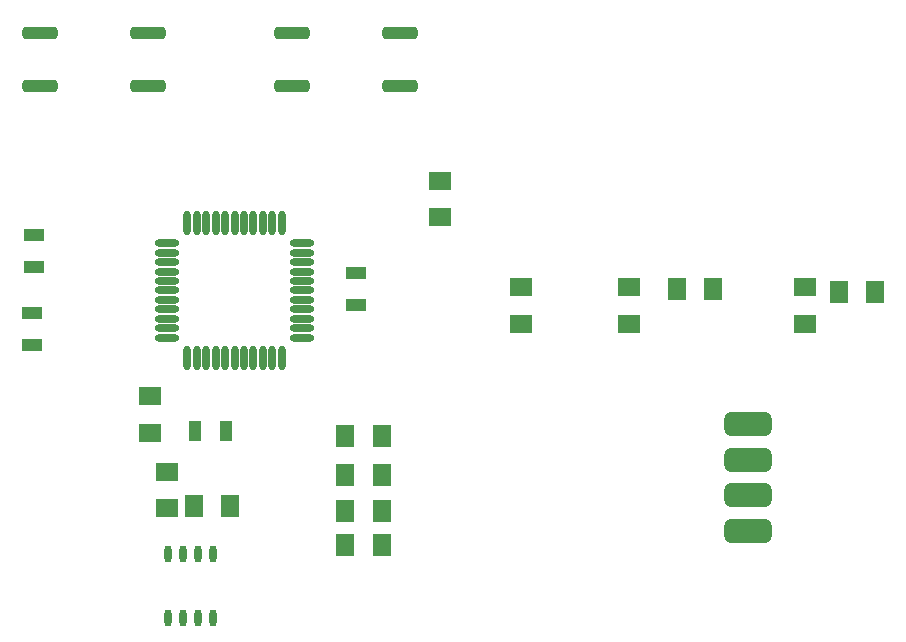
<source format=gtp>
G04 Layer_Color=8421504*
%FSLAX24Y24*%
%MOIN*%
G70*
G01*
G75*
G04:AMPARAMS|DCode=10|XSize=157.5mil|YSize=78.7mil|CornerRadius=19.7mil|HoleSize=0mil|Usage=FLASHONLY|Rotation=180.000|XOffset=0mil|YOffset=0mil|HoleType=Round|Shape=RoundedRectangle|*
%AMROUNDEDRECTD10*
21,1,0.1575,0.0394,0,0,180.0*
21,1,0.1181,0.0787,0,0,180.0*
1,1,0.0394,-0.0591,0.0197*
1,1,0.0394,0.0591,0.0197*
1,1,0.0394,0.0591,-0.0197*
1,1,0.0394,-0.0591,-0.0197*
%
%ADD10ROUNDEDRECTD10*%
%ADD11R,0.0591X0.0748*%
%ADD12R,0.0748X0.0591*%
%ADD13O,0.0236X0.0571*%
%ADD14R,0.0669X0.0433*%
%ADD15R,0.0433X0.0669*%
%ADD16O,0.0807X0.0236*%
%ADD17O,0.0236X0.0807*%
G04:AMPARAMS|DCode=18|XSize=118.1mil|YSize=39.4mil|CornerRadius=9.8mil|HoleSize=0mil|Usage=FLASHONLY|Rotation=180.000|XOffset=0mil|YOffset=0mil|HoleType=Round|Shape=RoundedRectangle|*
%AMROUNDEDRECTD18*
21,1,0.1181,0.0197,0,0,180.0*
21,1,0.0984,0.0394,0,0,180.0*
1,1,0.0197,-0.0492,0.0098*
1,1,0.0197,0.0492,0.0098*
1,1,0.0197,0.0492,-0.0098*
1,1,0.0197,-0.0492,-0.0098*
%
%ADD18ROUNDEDRECTD18*%
D10*
X31228Y15273D02*
D03*
Y14073D02*
D03*
Y11711D02*
D03*
Y12911D02*
D03*
D11*
X12768Y12523D02*
D03*
X13988D02*
D03*
X19038Y11223D02*
D03*
X17818D02*
D03*
X19038Y12373D02*
D03*
X17818D02*
D03*
X19038Y13573D02*
D03*
X17818D02*
D03*
X19038Y14873D02*
D03*
X17818D02*
D03*
X28868Y19755D02*
D03*
X30088D02*
D03*
X34268Y19673D02*
D03*
X35488D02*
D03*
D12*
X11878Y12463D02*
D03*
Y13683D02*
D03*
X11299Y14980D02*
D03*
Y16201D02*
D03*
X27278Y19833D02*
D03*
Y18613D02*
D03*
X33128Y19833D02*
D03*
Y18613D02*
D03*
X20978Y22163D02*
D03*
Y23383D02*
D03*
X23678Y19833D02*
D03*
Y18613D02*
D03*
D13*
X13397Y10946D02*
D03*
X12897D02*
D03*
X12397D02*
D03*
X11897D02*
D03*
X13397Y8800D02*
D03*
X12897D02*
D03*
X12397D02*
D03*
X11897D02*
D03*
D14*
X18178Y19242D02*
D03*
Y20305D02*
D03*
X7428Y20492D02*
D03*
Y21555D02*
D03*
X7378Y18955D02*
D03*
Y17892D02*
D03*
D15*
X13859Y15052D02*
D03*
X12796D02*
D03*
D16*
X11884Y21298D02*
D03*
X11884Y20983D02*
D03*
Y20668D02*
D03*
X11884Y20353D02*
D03*
Y20038D02*
D03*
Y19723D02*
D03*
Y19408D02*
D03*
Y19093D02*
D03*
Y18778D02*
D03*
Y18463D02*
D03*
Y18148D02*
D03*
X16372D02*
D03*
Y18463D02*
D03*
Y18778D02*
D03*
Y19093D02*
D03*
Y19408D02*
D03*
Y19723D02*
D03*
Y20038D02*
D03*
Y20353D02*
D03*
Y20668D02*
D03*
Y20983D02*
D03*
Y21298D02*
D03*
D17*
X12553Y17479D02*
D03*
X12868D02*
D03*
X13183D02*
D03*
X13498D02*
D03*
X13813D02*
D03*
X14128D02*
D03*
X14443D02*
D03*
X14758D02*
D03*
X15073Y17479D02*
D03*
X15388D02*
D03*
X15703Y17479D02*
D03*
X15703Y21967D02*
D03*
X15388D02*
D03*
X15073D02*
D03*
X14758D02*
D03*
X14443D02*
D03*
X14128D02*
D03*
X13813D02*
D03*
X13498D02*
D03*
X13183D02*
D03*
X12868D02*
D03*
X12553D02*
D03*
D18*
X19628Y28309D02*
D03*
Y26537D02*
D03*
X16028Y28309D02*
D03*
Y26537D02*
D03*
X7628D02*
D03*
Y28309D02*
D03*
X11228Y26537D02*
D03*
Y28309D02*
D03*
M02*

</source>
